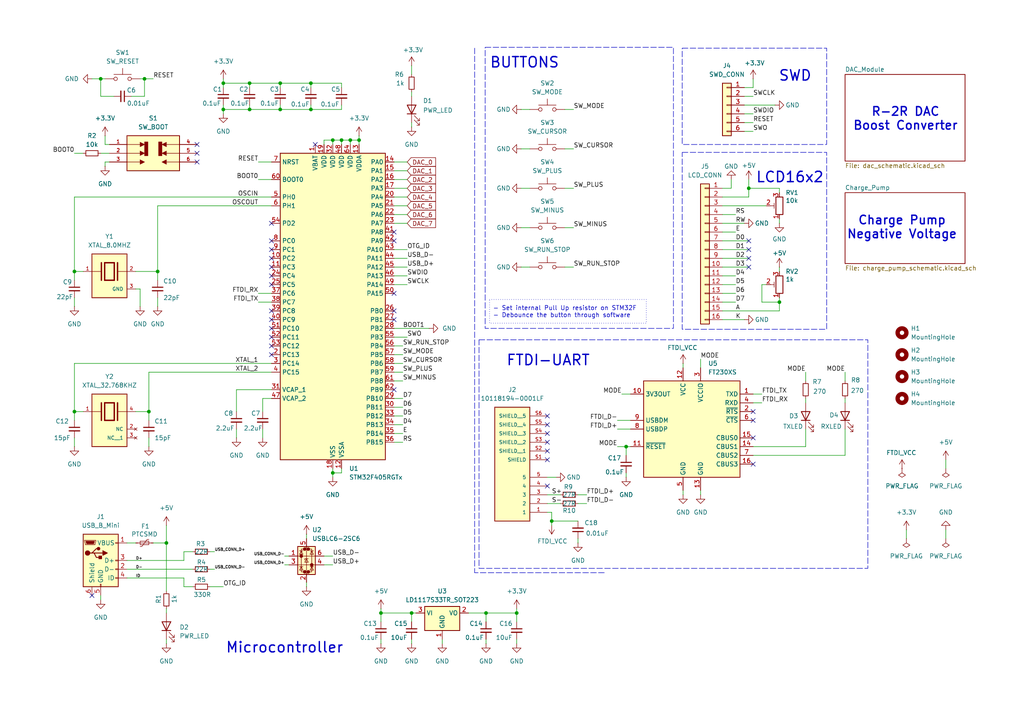
<source format=kicad_sch>
(kicad_sch (version 20231120) (generator "eeschema") (generator_version "8.0")
  (paper "A4")
  (title_block (title "Function Generator") (date "2024-05-30") (rev "2.0") (company "EngrEDU"))
  (junction (at 81.28 31.75))
  (junction (at 160.02 151.13))
  (junction (at 81.28 24.13))
  (junction (at 96.52 137.16))
  (junction (at 101.6 40.64))
  (junction (at 90.17 24.13))
  (junction (at 64.77 24.13))
  (junction (at 29.21 22.86))
  (junction (at 48.26 157.48))
  (junction (at 181.61 129.54))
  (junction (at 110.49 177.8))
  (junction (at 226.06 87.63))
  (junction (at 140.97 177.8))
  (junction (at 104.14 40.64))
  (junction (at 90.17 31.75))
  (junction (at 45.72 78.74))
  (junction (at 43.18 119.38))
  (junction (at 64.77 31.75))
  (junction (at 96.52 40.64))
  (junction (at 21.59 119.38))
  (junction (at 217.17 54.61))
  (junction (at 99.06 40.64))
  (junction (at 119.38 177.8))
  (junction (at 21.59 78.74))
  (junction (at 41.91 22.86))
  (junction (at 72.39 24.13))
  (junction (at 72.39 31.75))
  (junction (at 149.86 177.8))
  (no_connect (at 26.67 172.72))
  (no_connect (at 57.15 44.45))
  (no_connect (at 78.74 69.85))
  (no_connect (at 78.74 95.25))
  (no_connect (at 218.44 134.62))
  (no_connect (at 91.44 41.91))
  (no_connect (at 158.75 120.65))
  (no_connect (at 217.17 77.47))
  (no_connect (at 78.74 77.47))
  (no_connect (at 78.74 74.93))
  (no_connect (at 158.75 133.35))
  (no_connect (at 78.74 97.79))
  (no_connect (at 158.75 128.27))
  (no_connect (at 78.74 82.55))
  (no_connect (at 158.75 130.81))
  (no_connect (at 218.44 119.38))
  (no_connect (at 217.17 74.93))
  (no_connect (at 114.3 113.03))
  (no_connect (at 217.17 69.85))
  (no_connect (at 158.75 123.19))
  (no_connect (at 78.74 92.71))
  (no_connect (at 78.74 100.33))
  (no_connect (at 78.74 64.77))
  (no_connect (at 114.3 90.17))
  (no_connect (at 57.15 46.99))
  (no_connect (at 78.74 72.39))
  (no_connect (at 114.3 92.71))
  (no_connect (at 217.17 72.39))
  (no_connect (at 78.74 102.87))
  (no_connect (at 78.74 80.01))
  (no_connect (at 158.75 125.73))
  (no_connect (at 218.44 121.92))
  (no_connect (at 57.15 41.91))
  (no_connect (at 158.75 140.97))
  (no_connect (at 114.3 85.09))
  (no_connect (at 114.3 69.85))
  (no_connect (at 78.74 90.17))
  (no_connect (at 218.44 127))
  (no_connect (at 114.3 67.31))
  (wire (pts (xy 114.3 125.73) (xy 116.84 125.73)))
  (wire (pts (xy 21.59 86.36) (xy 21.59 88.9)))
  (wire (pts (xy 60.96 170.18) (xy 64.77 170.18)))
  (wire (pts (xy 40.64 22.86) (xy 41.91 22.86)))
  (wire (pts (xy 29.21 22.86) (xy 30.48 22.86)))
  (wire (pts (xy 220.98 82.55) (xy 222.25 82.55)))
  (wire (pts (xy 119.38 177.8) (xy 119.38 180.34)))
  (wire (pts (xy 218.44 114.3) (xy 220.98 114.3)))
  (wire (pts (xy 212.09 54.61) (xy 212.09 52.07)))
  (wire (pts (xy 160.02 148.59) (xy 160.02 151.13)))
  (wire (pts (xy 114.3 128.27) (xy 116.84 128.27)))
  (wire (pts (xy 90.17 24.13) (xy 81.28 24.13)))
  (wire (pts (xy 233.68 107.95) (xy 233.68 110.49)))
  (wire (pts (xy 45.72 86.36) (xy 45.72 88.9)))
  (wire (pts (xy 209.55 87.63) (xy 213.36 87.63)))
  (wire (pts (xy 198.12 142.24) (xy 198.12 143.51)))
  (wire (pts (xy 198.12 105.41) (xy 198.12 106.68)))
  (wire (pts (xy 128.27 185.42) (xy 128.27 186.69)))
  (wire (pts (xy 218.44 25.4) (xy 218.44 22.86)))
  (wire (pts (xy 158.75 146.05) (xy 162.56 146.05)))
  (wire (pts (xy 53.34 162.56) (xy 53.34 160.02)))
  (wire (pts (xy 119.38 26.67) (xy 119.38 27.94)))
  (wire (pts (xy 88.9 168.91) (xy 88.9 170.18)))
  (wire (pts (xy 151.13 54.61) (xy 153.67 54.61)))
  (wire (pts (xy 21.59 57.15) (xy 21.59 78.74)))
  (wire (pts (xy 36.83 157.48) (xy 39.37 157.48)))
  (wire (pts (xy 21.59 119.38) (xy 24.13 119.38)))
  (wire (pts (xy 245.11 107.95) (xy 245.11 110.49)))
  (wire (pts (xy 43.18 127) (xy 43.18 129.54)))
  (wire (pts (xy 99.06 25.4) (xy 99.06 24.13)))
  (wire (pts (xy 30.48 41.91) (xy 30.48 39.37)))
  (wire (pts (xy 114.3 82.55) (xy 118.11 82.55)))
  (wire (pts (xy 215.9 38.1) (xy 218.44 38.1)))
  (wire (pts (xy 233.68 115.57) (xy 233.68 116.84)))
  (wire (pts (xy 149.86 177.8) (xy 149.86 176.53)))
  (wire (pts (xy 72.39 30.48) (xy 72.39 31.75)))
  (wire (pts (xy 215.9 30.48) (xy 224.79 30.48)))
  (wire (pts (xy 179.07 129.54) (xy 181.61 129.54)))
  (wire (pts (xy 60.96 165.1) (xy 62.23 165.1)))
  (wire (pts (xy 151.13 66.04) (xy 153.67 66.04)))
  (wire (pts (xy 90.17 30.48) (xy 90.17 31.75)))
  (wire (pts (xy 218.44 129.54) (xy 233.68 129.54)))
  (wire (pts (xy 149.86 185.42) (xy 149.86 186.69)))
  (wire (pts (xy 81.28 31.75) (xy 72.39 31.75)))
  (wire (pts (xy 245.11 132.08) (xy 245.11 124.46)))
  (wire (pts (xy 160.02 151.13) (xy 167.64 151.13)))
  (wire (pts (xy 179.07 121.92) (xy 182.88 121.92)))
  (wire (pts (xy 93.98 41.91) (xy 93.98 40.64)))
  (wire (pts (xy 36.83 167.64) (xy 53.34 167.64)))
  (wire (pts (xy 209.55 85.09) (xy 213.36 85.09)))
  (wire (pts (xy 119.38 177.8) (xy 120.65 177.8)))
  (wire (pts (xy 110.49 177.8) (xy 119.38 177.8)))
  (wire (pts (xy 114.3 59.69) (xy 118.11 59.69)))
  (wire (pts (xy 114.3 74.93) (xy 118.11 74.93)))
  (wire (pts (xy 135.89 177.8) (xy 140.97 177.8)))
  (wire (pts (xy 45.72 59.69) (xy 45.72 78.74)))
  (wire (pts (xy 114.3 97.79) (xy 118.11 97.79)))
  (wire (pts (xy 48.26 185.42) (xy 48.26 186.69)))
  (wire (pts (xy 21.59 105.41) (xy 21.59 119.38)))
  (wire (pts (xy 215.9 25.4) (xy 218.44 25.4)))
  (wire (pts (xy 64.77 31.75) (xy 64.77 33.02)))
  (wire (pts (xy 151.13 43.18) (xy 153.67 43.18)))
  (wire (pts (xy 93.98 40.64) (xy 96.52 40.64)))
  (wire (pts (xy 163.83 54.61) (xy 166.37 54.61)))
  (wire (pts (xy 114.3 52.07) (xy 118.11 52.07)))
  (wire (pts (xy 114.3 72.39) (xy 118.11 72.39)))
  (wire (pts (xy 140.97 177.8) (xy 149.86 177.8)))
  (wire (pts (xy 245.11 115.57) (xy 245.11 116.84)))
  (wire (pts (xy 43.18 121.92) (xy 43.18 119.38)))
  (wire (pts (xy 218.44 116.84) (xy 220.98 116.84)))
  (wire (pts (xy 53.34 170.18) (xy 55.88 170.18)))
  (wire (pts (xy 45.72 81.28) (xy 45.72 78.74)))
  (wire (pts (xy 78.74 59.69) (xy 45.72 59.69)))
  (wire (pts (xy 26.67 22.86) (xy 29.21 22.86)))
  (wire (pts (xy 104.14 40.64) (xy 104.14 41.91)))
  (wire (pts (xy 90.17 31.75) (xy 81.28 31.75)))
  (wire (pts (xy 167.64 146.05) (xy 170.18 146.05)))
  (wire (pts (xy 114.3 46.99) (xy 118.11 46.99)))
  (wire (pts (xy 74.93 46.99) (xy 78.74 46.99)))
  (wire (pts (xy 53.34 167.64) (xy 53.34 170.18)))
  (wire (pts (xy 110.49 185.42) (xy 110.49 186.69)))
  (wire (pts (xy 30.48 46.99) (xy 30.48 48.26)))
  (wire (pts (xy 81.28 24.13) (xy 72.39 24.13)))
  (wire (pts (xy 114.3 120.65) (xy 116.84 120.65)))
  (wire (pts (xy 163.83 31.75) (xy 166.37 31.75)))
  (wire (pts (xy 48.26 157.48) (xy 48.26 171.45)))
  (wire (pts (xy 226.06 90.17) (xy 226.06 87.63)))
  (wire (pts (xy 39.37 83.82) (xy 40.64 83.82)))
  (wire (pts (xy 41.91 27.94) (xy 41.91 22.86)))
  (wire (pts (xy 114.3 100.33) (xy 116.84 100.33)))
  (wire (pts (xy 64.77 22.86) (xy 64.77 24.13)))
  (wire (pts (xy 151.13 31.75) (xy 153.67 31.75)))
  (wire (pts (xy 158.75 143.51) (xy 162.56 143.51)))
  (wire (pts (xy 90.17 24.13) (xy 90.17 25.4)))
  (wire (pts (xy 33.02 27.94) (xy 29.21 27.94)))
  (wire (pts (xy 119.38 35.56) (xy 119.38 36.83)))
  (wire (pts (xy 209.55 54.61) (xy 212.09 54.61)))
  (wire (pts (xy 149.86 180.34) (xy 149.86 177.8)))
  (wire (pts (xy 76.2 124.46) (xy 76.2 127)))
  (wire (pts (xy 262.89 153.67) (xy 262.89 156.21)))
  (wire (pts (xy 41.91 22.86) (xy 44.45 22.86)))
  (wire (pts (xy 274.32 153.67) (xy 274.32 156.21)))
  (wire (pts (xy 163.83 66.04) (xy 166.37 66.04)))
  (wire (pts (xy 68.58 124.46) (xy 68.58 127)))
  (wire (pts (xy 93.98 163.83) (xy 96.52 163.83)))
  (wire (pts (xy 163.83 77.47) (xy 166.37 77.47)))
  (wire (pts (xy 114.3 80.01) (xy 118.11 80.01)))
  (wire (pts (xy 226.06 86.36) (xy 226.06 87.63)))
  (wire (pts (xy 220.98 87.63) (xy 220.98 82.55)))
  (wire (pts (xy 78.74 107.95) (xy 43.18 107.95)))
  (wire (pts (xy 99.06 137.16) (xy 96.52 137.16)))
  (wire (pts (xy 64.77 24.13) (xy 64.77 25.4)))
  (wire (pts (xy 96.52 137.16) (xy 96.52 138.43)))
  (wire (pts (xy 82.55 161.29) (xy 83.82 161.29)))
  (wire (pts (xy 43.18 107.95) (xy 43.18 119.38)))
  (wire (pts (xy 209.55 62.23) (xy 213.36 62.23)))
  (wire (pts (xy 158.75 148.59) (xy 160.02 148.59)))
  (wire (pts (xy 29.21 44.45) (xy 31.75 44.45)))
  (wire (pts (xy 21.59 78.74) (xy 24.13 78.74)))
  (wire (pts (xy 209.55 64.77) (xy 215.9 64.77)))
  (wire (pts (xy 181.61 132.08) (xy 181.61 129.54)))
  (wire (pts (xy 233.68 129.54) (xy 233.68 124.46)))
  (wire (pts (xy 209.55 72.39) (xy 217.17 72.39)))
  (wire (pts (xy 114.3 118.11) (xy 116.84 118.11)))
  (wire (pts (xy 180.34 114.3) (xy 182.88 114.3)))
  (wire (pts (xy 226.06 55.88) (xy 226.06 54.61)))
  (wire (pts (xy 181.61 129.54) (xy 182.88 129.54)))
  (wire (pts (xy 53.34 160.02) (xy 55.88 160.02)))
  (wire (pts (xy 114.3 115.57) (xy 116.84 115.57)))
  (wire (pts (xy 209.55 69.85) (xy 217.17 69.85)))
  (wire (pts (xy 99.06 40.64) (xy 101.6 40.64)))
  (wire (pts (xy 81.28 30.48) (xy 81.28 31.75)))
  (wire (pts (xy 209.55 74.93) (xy 217.17 74.93)))
  (wire (pts (xy 209.55 57.15) (xy 217.17 57.15)))
  (wire (pts (xy 101.6 41.91) (xy 101.6 40.64)))
  (wire (pts (xy 78.74 57.15) (xy 21.59 57.15)))
  (wire (pts (xy 72.39 24.13) (xy 64.77 24.13)))
  (wire (pts (xy 217.17 52.07) (xy 217.17 54.61)))
  (wire (pts (xy 99.06 41.91) (xy 99.06 40.64)))
  (wire (pts (xy 215.9 33.02) (xy 218.44 33.02)))
  (wire (pts (xy 68.58 113.03) (xy 68.58 119.38)))
  (wire (pts (xy 88.9 154.94) (xy 88.9 156.21)))
  (wire (pts (xy 29.21 27.94) (xy 29.21 22.86)))
  (wire (pts (xy 163.83 43.18) (xy 166.37 43.18)))
  (wire (pts (xy 31.75 46.99) (xy 30.48 46.99)))
  (wire (pts (xy 203.2 104.14) (xy 203.2 106.68)))
  (wire (pts (xy 48.26 176.53) (xy 48.26 177.8)))
  (wire (pts (xy 215.9 27.94) (xy 218.44 27.94)))
  (wire (pts (xy 114.3 110.49) (xy 116.84 110.49)))
  (wire (pts (xy 64.77 30.48) (xy 64.77 31.75)))
  (wire (pts (xy 151.13 77.47) (xy 153.67 77.47)))
  (wire (pts (xy 181.61 137.16) (xy 181.61 138.43)))
  (wire (pts (xy 140.97 177.8) (xy 140.97 180.34)))
  (wire (pts (xy 43.18 119.38) (xy 39.37 119.38)))
  (wire (pts (xy 114.3 77.47) (xy 118.11 77.47)))
  (wire (pts (xy 114.3 105.41) (xy 116.84 105.41)))
  (wire (pts (xy 93.98 161.29) (xy 96.52 161.29)))
  (wire (pts (xy 140.97 185.42) (xy 140.97 186.69)))
  (wire (pts (xy 114.3 57.15) (xy 118.11 57.15)))
  (wire (pts (xy 72.39 25.4) (xy 72.39 24.13)))
  (wire (pts (xy 220.98 87.63) (xy 226.06 87.63)))
  (wire (pts (xy 40.64 83.82) (xy 40.64 88.9)))
  (wire (pts (xy 209.55 80.01) (xy 213.36 80.01)))
  (wire (pts (xy 96.52 41.91) (xy 96.52 40.64)))
  (wire (pts (xy 274.32 133.35) (xy 274.32 135.89)))
  (wire (pts (xy 81.28 24.13) (xy 81.28 25.4)))
  (wire (pts (xy 78.74 115.57) (xy 76.2 115.57)))
  (wire (pts (xy 179.07 124.46) (xy 182.88 124.46)))
  (wire (pts (xy 21.59 127) (xy 21.59 129.54)))
  (wire (pts (xy 114.3 64.77) (xy 118.11 64.77)))
  (wire (pts (xy 209.55 92.71) (xy 215.9 92.71)))
  (wire (pts (xy 226.06 77.47) (xy 226.06 78.74)))
  (wire (pts (xy 76.2 115.57) (xy 76.2 119.38)))
  (wire (pts (xy 218.44 132.08) (xy 245.11 132.08)))
  (wire (pts (xy 114.3 54.61) (xy 118.11 54.61)))
  (wire (pts (xy 36.83 162.56) (xy 53.34 162.56)))
  (wire (pts (xy 36.83 165.1) (xy 55.88 165.1)))
  (wire (pts (xy 82.55 163.83) (xy 83.82 163.83)))
  (wire (pts (xy 114.3 62.23) (xy 118.11 62.23)))
  (wire (pts (xy 110.49 180.34) (xy 110.49 177.8)))
  (wire (pts (xy 60.96 160.02) (xy 62.23 160.02)))
  (wire (pts (xy 209.55 67.31) (xy 213.36 67.31)))
  (wire (pts (xy 74.93 85.09) (xy 78.74 85.09)))
  (wire (pts (xy 209.55 90.17) (xy 226.06 90.17)))
  (wire (pts (xy 209.55 77.47) (xy 217.17 77.47)))
  (wire (pts (xy 101.6 40.64) (xy 104.14 40.64)))
  (wire (pts (xy 78.74 113.03) (xy 68.58 113.03)))
  (wire (pts (xy 44.45 157.48) (xy 48.26 157.48)))
  (wire (pts (xy 21.59 44.45) (xy 24.13 44.45)))
  (wire (pts (xy 158.75 138.43) (xy 161.29 138.43)))
  (wire (pts (xy 99.06 30.48) (xy 99.06 31.75)))
  (wire (pts (xy 96.52 135.89) (xy 96.52 137.16)))
  (wire (pts (xy 21.59 121.92) (xy 21.59 119.38)))
  (wire (pts (xy 114.3 49.53) (xy 118.11 49.53)))
  (wire (pts (xy 217.17 57.15) (xy 217.17 54.61)))
  (polyline (pts (xy 137.668 13.97) (xy 137.668 166.116)) (stroke (width 0) (type dash)))
  (wire (pts (xy 110.49 176.53) (xy 110.49 177.8)))
  (polyline (pts (xy 175.26 166.116) (xy 137.668 166.116)) (stroke (width 0) (type dash)))
  (wire (pts (xy 160.02 152.4) (xy 160.02 151.13)))
  (wire (pts (xy 119.38 21.59) (xy 119.38 19.05)))
  (wire (pts (xy 226.06 54.61) (xy 217.17 54.61)))
  (wire (pts (xy 167.64 156.21) (xy 167.64 157.48)))
  (wire (pts (xy 119.38 185.42) (xy 119.38 186.69)))
  (wire (pts (xy 45.72 78.74) (xy 39.37 78.74)))
  (wire (pts (xy 29.21 172.72) (xy 29.21 173.99)))
  (wire (pts (xy 114.3 95.25) (xy 124.46 95.25)))
  (wire (pts (xy 114.3 102.87) (xy 116.84 102.87)))
  (wire (pts (xy 21.59 81.28) (xy 21.59 78.74)))
  (wire (pts (xy 226.06 63.5) (xy 226.06 64.77)))
  (wire (pts (xy 209.55 59.69) (xy 222.25 59.69)))
  (wire (pts (xy 215.9 35.56) (xy 218.44 35.56)))
  (wire (pts (xy 78.74 105.41) (xy 21.59 105.41)))
  (wire (pts (xy 114.3 107.95) (xy 116.84 107.95)))
  (wire (pts (xy 114.3 123.19) (xy 116.84 123.19)))
  (wire (pts (xy 209.55 82.55) (xy 213.36 82.55)))
  (wire (pts (xy 72.39 31.75) (xy 64.77 31.75)))
  (wire (pts (xy 31.75 41.91) (xy 30.48 41.91)))
  (wire (pts (xy 167.64 143.51) (xy 170.18 143.51)))
  (wire (pts (xy 99.06 135.89) (xy 99.06 137.16)))
  (wire (pts (xy 203.2 142.24) (xy 203.2 143.51)))
  (wire (pts (xy 90.17 31.75) (xy 99.06 31.75)))
  (wire (pts (xy 38.1 27.94) (xy 41.91 27.94)))
  (wire (pts (xy 48.26 157.48) (xy 48.26 152.4)))
  (wire (pts (xy 74.93 52.07) (xy 78.74 52.07)))
  (wire (pts (xy 74.93 87.63) (xy 78.74 87.63)))
  (wire (pts (xy 90.17 24.13) (xy 99.06 24.13)))
  (wire (pts (xy 96.52 40.64) (xy 99.06 40.64)))
  (wire (pts (xy 104.14 39.37) (xy 104.14 40.64)))
  (rectangle (start 140.716 13.716) (end 195.326 95.25) (stroke (width 0) (type dash)))
  (rectangle (start 197.866 13.97) (end 239.776 41.91) (stroke (width 0) (type dash)))
  (rectangle (start 197.866 44.196) (end 239.776 95.504) (stroke (width 0) (type dash)))
  (rectangle (start 138.938 98.552) (end 251.714 164.846) (stroke (width 0) (type dash)))
  (text_box "- Set internal Pull Up resistor on STM32F\n- Debounce the button through software" (at 141.986 86.868 0) (size 45.466 6.858) (stroke (width 0) (type dot)) (effects (font (size 1.27 1.27)) (justify left)))
  (text "Microcontroller" (at 82.55 187.96 0) (effects (font (size 3 3) (thickness 0.4) (bold yes))))
  (text "BUTTONS" (at 152.146 18.288 0) (effects (font (size 3 3) (thickness 0.4) (bold yes))))
  (text "Charge Pump\nNegative Voltage" (at 261.62 66.04 0) (effects (font (size 2.5 2.5) (thickness 0.4) (bold yes))))
  (text "SWD\n" (at 230.632 22.098 0) (effects (font (size 3 3) (thickness 0.4) (bold yes))))
  (text "LCD16x2" (at 229.108 51.562 0) (effects (font (size 3 3) (thickness 0.4) (bold yes))))
  (text "R-2R DAC\nBoost Converter" (at 262.636 34.544 0) (effects (font (size 2.5 2.5) (thickness 0.4) (bold yes))))
  (text "FTDI-UART\n" (at 159.004 104.648 0) (effects (font (size 3 3) (thickness 0.4) (bold yes))))
  (label "OTG_ID" (at 64.77 170.18 0))
  (label "OTG_ID" (at 118.11 72.39 0))
  (label "FTDI_D+" (at 170.18 143.51 0))
  (label "FTDI_TX" (at 220.98 114.3 0))
  (label "ID" (at 39.37 167.64 0) (effects (font (size 0.8 0.8))))
  (label "SW_MODE" (at 166.37 31.75 0))
  (label "BOOT1" (at 116.84 95.25 0))
  (label "SW_PLUS" (at 166.37 54.61 0))
  (label "D5" (at 213.36 82.55 0))
  (label "A" (at 213.36 90.17 0))
  (label "SW_MINUS" (at 116.84 110.49 0))
  (label "USB_CONN_D+" (at 62.23 160.02 0) (effects (font (size 0.8 0.8))))
  (label "K" (at 213.36 92.71 0))
  (label "XTAL_1" (at 74.93 105.41 180))
  (label "SW_CURSOR" (at 116.84 105.41 0))
  (label "D1" (at 213.36 72.39 0))
  (label "RESET" (at 74.93 46.99 180))
  (label "SWDIO" (at 118.11 80.01 0))
  (label "D7" (at 116.84 115.57 0))
  (label "FTDI_D+" (at 179.07 124.46 180))
  (label "MODE" (at 233.68 107.95 180))
  (label "FTDI_D-" (at 179.07 121.92 180))
  (label "D0" (at 213.36 69.85 0))
  (label "SWO" (at 118.11 97.79 0))
  (label "S-" (at 160.02 146.05 0))
  (label "D5" (at 116.84 120.65 0))
  (label "SW_PLUS" (at 116.84 107.95 0))
  (label "BOOT0" (at 74.93 52.07 180))
  (label "USB_CONN_D-" (at 62.23 165.1 0) (effects (font (size 0.8 0.8))))
  (label "USB_CONN_D+" (at 82.55 163.83 180) (effects (font (size 0.8 0.8))))
  (label "D7" (at 213.36 87.63 0))
  (label "RS" (at 116.84 128.27 0))
  (label "MODE" (at 179.07 129.54 180))
  (label "OSCIN" (at 74.93 57.15 180))
  (label "BOOT0" (at 21.59 44.45 180))
  (label "D4" (at 213.36 80.01 0))
  (label "S+" (at 160.02 143.51 0))
  (label "SW_RUN_STOP" (at 116.84 100.33 0))
  (label "SWCLK" (at 118.11 82.55 0))
  (label "SW_CURSOR" (at 166.37 43.18 0))
  (label "XTAL_2" (at 74.93 107.95 180))
  (label "FTDI_D-" (at 170.18 146.05 0))
  (label "FTDI_RX" (at 74.93 85.09 180))
  (label "E" (at 213.36 67.31 0))
  (label "E" (at 116.84 125.73 0))
  (label "D4" (at 116.84 123.19 0))
  (label "USB_D-" (at 96.52 161.29 0))
  (label "D6" (at 116.84 118.11 0))
  (label "MODE" (at 245.11 107.95 180))
  (label "FTDI_RX" (at 220.98 116.84 0))
  (label "RESET" (at 44.45 22.86 0))
  (label "D3" (at 213.36 77.47 0))
  (label "D2" (at 213.36 74.93 0))
  (label "D-" (at 39.37 165.1 0) (effects (font (size 0.8 0.8))))
  (label "USB_CONN_D-" (at 82.55 161.29 180) (effects (font (size 0.8 0.8))))
  (label "SW_MINUS" (at 166.37 66.04 0))
  (label "OSCOUT" (at 74.93 59.69 180))
  (label "D+" (at 39.37 162.56 0) (effects (font (size 0.8 0.8))))
  (label "USB_D-" (at 118.11 74.93 0))
  (label "SW_RUN_STOP" (at 166.37 77.47 0))
  (label "RESET" (at 218.44 35.56 0))
  (label "SW_MODE" (at 116.84 102.87 0))
  (label "RS" (at 213.36 62.23 0))
  (label "USB_D+" (at 118.11 77.47 0))
  (label "RW" (at 213.36 64.77 0))
  (label "SWCLK" (at 218.44 27.94 0))
  (label "MODE" (at 180.34 114.3 180))
  (label "SWO" (at 218.44 38.1 0))
  (label "D6" (at 213.36 85.09 0))
  (label "USB_D+" (at 96.52 163.83 0))
  (label "FTDI_TX" (at 74.93 87.63 180))
  (label "MODE" (at 203.2 104.14 0))
  (label "SWDIO" (at 218.44 33.02 0))
  (global_label "DAC_0" (shape input) (at 118.11 46.99 0) (property "Intersheetrefs" "${INTERSHEET_REFS}" (effects (hide yes))))
  (global_label "DAC_2" (shape input) (at 118.11 52.07 0) (property "Intersheetrefs" "${INTERSHEET_REFS}" (effects (hide yes))))
  (global_label "DAC_6" (shape input) (at 118.11 62.23 0) (property "Intersheetrefs" "${INTERSHEET_REFS}" (effects (hide yes))))
  (global_label "DAC_4" (shape input) (at 118.11 57.15 0) (property "Intersheetrefs" "${INTERSHEET_REFS}" (effects (hide yes))))
  (global_label "DAC_1" (shape input) (at 118.11 49.53 0) (property "Intersheetrefs" "${INTERSHEET_REFS}" (effects (hide yes))))
  (global_label "DAC_5" (shape input) (at 118.11 59.69 0) (property "Intersheetrefs" "${INTERSHEET_REFS}" (effects (hide yes))))
  (global_label "DAC_3" (shape input) (at 118.11 54.61 0) (property "Intersheetrefs" "${INTERSHEET_REFS}" (effects (hide yes))))
  (global_label "DAC_7" (shape input) (at 118.11 64.77 0) (property "Intersheetrefs" "${INTERSHEET_REFS}" (effects (hide yes))))
  (symbol (lib_id "power:GND") (at 226.06 64.77 0) (unit 1)
    (property "Reference" "#PWR045" (effects (hide yes)))
    (property "Value" "GND" (at 226.06 69.342 0))
    (property "Description" "Power symbol creates a global label with name \"GND\" , ground" (effects (hide yes)))
  )
  (symbol (lib_id "Mechanical:MountingHole") (at 261.62 115.57 0) (unit 1)
    (property "Reference" "H4" (at 264.16 114.2999 0) (effects (justify left)))
    (property "Value" "MountingHole" (at 264.16 116.8399 0) (effects (justify left)))
    (property "Footprint" "MountingHole:MountingHole_3.2mm_M3_Pad_Via" (effects (hide yes)))
    (property "Description" "Mounting Hole without connection" (effects (hide yes)))
  )
  (symbol (lib_id "power:GND") (at 119.38 186.69 0) (unit 1)
    (property "Reference" "#PWR025" (effects (hide yes)))
    (property "Value" "GND" (at 119.38 191.77 0))
    (property "Description" "Power symbol creates a global label with name \"GND\" , ground" (effects (hide yes)))
  )
  (symbol (lib_id "power:+5V") (at 217.17 52.07 0) (unit 1)
    (property "Reference" "#PWR043" (effects (hide yes)))
    (property "Value" "+5V" (at 217.17 48.006 0))
    (property "Description" "Power symbol creates a global label with name \"+5V\"" (effects (hide yes)))
  )
  (symbol (lib_id "Switch:SW_Push") (at 35.56 22.86 0) (unit 1)
    (property "Reference" "SW1" (at 35.56 15.24 0))
    (property "Value" "SW_RESET" (at 35.56 17.78 0))
    (property "Footprint" "PTS636_SM25F_Button:PTS636SM25FSMTRLFS" (effects (hide yes)))
    (property "Description" "Push button switch, generic, two pins" (effects (hide yes)))
    (property "Mouser" "https://www.mouser.com/ProductDetail/611-PTS636SM25FSMTRL" (effects (hide yes)))
  )
  (symbol (lib_id "Switch:SW_Push") (at 158.75 66.04 0) (unit 1)
    (property "Reference" "SW5" (at 158.75 58.42 0))
    (property "Value" "SW_MINUS" (at 158.75 60.96 0))
    (property "Footprint" "Button_Switch_THT:SW_PUSH_6mm_H5mm" (effects (hide yes)))
    (property "Description" "Push button switch, generic, two pins" (effects (hide yes)))
    (property "Mouser" "https://www.mouser.com/ProductDetail/611-PTS526SK08SMTR2L" (effects (hide yes)))
  )
  (symbol (lib_id "power:GND") (at 48.26 186.69 0) (unit 1)
    (property "Reference" "#PWR07" (effects (hide yes)))
    (property "Value" "GND" (at 48.26 191.77 0))
    (property "Description" "Power symbol creates a global label with name \"GND\" , ground" (effects (hide yes)))
  )
  (symbol (lib_id "Interface_USB:FT230XS") (at 200.66 124.46 0) (unit 1)
    (property "Reference" "U5" (at 205.3941 105.41 0) (effects (justify left)))
    (property "Value" "FT230XS" (at 205.3941 107.95 0) (effects (justify left)))
    (property "Footprint" "Package_SO:SSOP-16_3.9x4.9mm_P0.635mm" (effects (hide yes)))
    (property "Datasheet" "https://www.ftdichip.com/Support/Documents/DataSheets/ICs/DS_FT230X.pdf" (effects (hide yes)))
    (property "Description" "Full Speed USB to Basic UART, SSOP-16" (effects (hide yes)))
    (property "Mouser" "https://www.mouser.com/ProductDetail/895-FT230XS-U" (effects (hide yes)))
  )
  (symbol (lib_id "Device:LED") (at 233.68 120.65 90) (unit 1)
    (property "Reference" "D3" (at 228.854 120.65 90) (effects (justify right)))
    (property "Value" "TXLED" (at 227.076 123.698 90) (effects (justify right)))
    (property "Footprint" "LED_SMD:LED_0805_2012Metric_Pad1.15x1.40mm_HandSolder" (effects (hide yes)))
    (property "Description" "Light emitting diode" (effects (hide yes)))
    (property "Mouser" "https://www.mouser.com/ProductDetail/710-150080BS75000" (effects (hide yes)))
  )
  (symbol (lib_id "power:GND") (at 45.72 88.9 0) (unit 1)
    (property "Reference" "#PWR014" (effects (hide yes)))
    (property "Value" "GND" (at 45.72 93.98 0))
    (property "Description" "Power symbol creates a global label with name \"GND\" , ground" (effects (hide yes)))
  )
  (symbol (lib_id "power:+5V") (at 48.26 152.4 0) (unit 1)
    (property "Reference" "#PWR019" (effects (hide yes)))
    (property "Value" "+5V" (at 48.26 147.32 0))
    (property "Description" "Power symbol creates a global label with name \"+5V\"" (effects (hide yes)))
  )
  (symbol (lib_id "Switch:SW_Push") (at 158.75 77.47 0) (unit 1)
    (property "Reference" "SW6" (at 158.75 69.85 0))
    (property "Value" "SW_RUN_STOP" (at 158.75 72.39 0))
    (property "Footprint" "Button_Switch_THT:SW_PUSH_6mm_H5mm" (effects (hide yes)))
    (property "Description" "Push button switch, generic, two pins" (effects (hide yes)))
    (property "Mouser" "https://www.mouser.com/ProductDetail/611-PTS526SK08SMTR2L" (effects (hide yes)))
  )
  (symbol (lib_id "power:GND") (at 96.52 138.43 0) (unit 1)
    (property "Reference" "#PWR01" (effects (hide yes)))
    (property "Value" "GND" (at 96.52 143.51 0))
    (property "Description" "Power symbol creates a global label with name \"GND\" , ground" (effects (hide yes)))
  )
  (symbol (lib_id "power:PWR_FLAG") (at 274.32 156.21 180) (unit 1)
    (property "Reference" "#FLG05" (effects (hide yes)))
    (property "Value" "PWR_FLAG" (at 274.32 161.29 0))
    (property "Description" "Special symbol for telling ERC where power comes from" (effects (hide yes)))
  )
  (symbol (lib_id "power:+5V") (at 274.32 133.35 0) (unit 1)
    (property "Reference" "#PWR086" (effects (hide yes)))
    (property "Value" "+5V" (at 274.32 128.27 0))
    (property "Description" "Power symbol creates a global label with name \"+5V\"" (effects (hide yes)))
  )
  (symbol (lib_id "power:GND") (at 64.77 33.02 0) (unit 1)
    (property "Reference" "#PWR03" (effects (hide yes)))
    (property "Value" "GND" (at 64.77 38.1 0))
    (property "Description" "Power symbol creates a global label with name \"GND\" , ground" (effects (hide yes)))
  )
  (symbol (lib_id "Connector_Generic:Conn_01x06") (at 210.82 30.48 0) (mirror y) (unit 1)
    (property "Reference" "J4" (at 210.82 19.05 0))
    (property "Value" "SWD_CONN" (at 210.82 21.59 0))
    (property "Footprint" "Connector_PinHeader_2.54mm:PinHeader_1x06_P2.54mm_Vertical" (effects (hide yes)))
    (property "Description" "Generic connector, single row, 01x06, script generated (kicad-library-utils/schlib/autogen/connector/)" (effects (hide yes)))
    (property "Info" "https://stm32-base.org/guides/connecting-your-debugger.html" (effects (hide yes)))
    (property "Info2" "https://arm-stm.blogspot.com/2016/05/swd-debug-pinout-connection.html" (effects (hide yes)))
  )
  (symbol (lib_id "power:+5V") (at 226.06 77.47 0) (unit 1)
    (property "Reference" "#PWR046" (effects (hide yes)))
    (property "Value" "+5V" (at 226.06 73.406 0))
    (property "Description" "Power symbol creates a global label with name \"+5V\"" (effects (hide yes)))
  )
  (symbol (lib_id "power:GND") (at 151.13 66.04 270) (unit 1)
    (property "Reference" "#PWR051" (effects (hide yes)))
    (property "Value" "GND" (at 146.05 66.04 90))
    (property "Description" "Power symbol creates a global label with name \"GND\" , ground" (effects (hide yes)))
  )
  (symbol (lib_id "power:GND") (at 26.67 22.86 270) (unit 1)
    (property "Reference" "#PWR05" (effects (hide yes)))
    (property "Value" "GND" (at 22.86 22.8599 90) (effects (justify right)))
    (property "Description" "Power symbol creates a global label with name \"GND\" , ground" (effects (hide yes)))
  )
  (symbol (lib_id "power:GND") (at 215.9 92.71 90) (unit 1)
    (property "Reference" "#PWR047" (effects (hide yes)))
    (property "Value" "GND" (at 220.98 92.71 90))
    (property "Description" "Power symbol creates a global label with name \"GND\" , ground" (effects (hide yes)))
  )
  (symbol (lib_id "Switch:SW_Push") (at 158.75 43.18 0) (unit 1)
    (property "Reference" "SW3" (at 158.75 35.56 0))
    (property "Value" "SW_CURSOR" (at 158.75 38.1 0))
    (property "Footprint" "Button_Switch_THT:SW_PUSH_6mm_H5mm" (effects (hide yes)))
    (property "Description" "Push button switch, generic, two pins" (effects (hide yes)))
    (property "Mouser" "https://www.mouser.com/ProductDetail/611-PTS526SK08SMTR2L" (effects (hide yes)))
  )
  (symbol (lib_id "power:GND") (at 30.48 48.26 0) (unit 1)
    (property "Reference" "#PWR08" (effects (hide yes)))
    (property "Value" "GND" (at 30.48 53.34 0))
    (property "Description" "Power symbol creates a global label with name \"GND\" , ground" (effects (hide yes)))
  )
  (symbol (lib_id "Device:C_Small") (at 140.97 182.88 0) (unit 1)
    (property "Reference" "C14" (at 136.144 180.848 0) (effects (justify left)))
    (property "Value" "0.1uF" (at 134.874 184.912 0) (effects (justify left)))
    (property "Footprint" "Capacitor_SMD:C_0805_2012Metric_Pad1.18x1.45mm_HandSolder" (effects (hide yes)))
    (property "Description" "Unpolarized capacitor, small symbol" (effects (hide yes)))
    (property "Mouser" "https://www.mouser.com/ProductDetail/KEMET/C0805C104K4JACAUTO?qs=sGAEpiMZZMukHu%252BjC5l7YcDEhfSOZOpN7J4S%2FUXKmJA%3D" (effects (hide yes)))
  )
  (symbol (lib_id "Device:C_Small") (at 81.28 27.94 0) (unit 1)
    (property "Reference" "C3" (at 78.232 25.908 0) (effects (justify left)))
    (property "Value" "0.1uF" (at 75.438 29.972 0) (effects (justify left)))
    (property "Footprint" "Capacitor_SMD:C_0805_2012Metric_Pad1.18x1.45mm_HandSolder" (effects (hide yes)))
    (property "Description" "Unpolarized capacitor, small symbol" (effects (hide yes)))
    (property "Mouser" "https://www.mouser.com/ProductDetail/KEMET/C0805C104K4JACAUTO?qs=sGAEpiMZZMukHu%252BjC5l7YcDEhfSOZOpN7J4S%2FUXKmJA%3D" (effects (hide yes)))
  )
  (symbol (lib_id "power:GND") (at 198.12 143.51 0) (unit 1)
    (property "Reference" "#PWR030" (effects (hide yes)))
    (property "Value" "GND" (at 198.12 148.59 0))
    (property "Description" "Power symbol creates a global label with name \"GND\" , ground" (effects (hide yes)))
  )
  (symbol (lib_id "power:GND") (at 151.13 43.18 270) (unit 1)
    (property "Reference" "#PWR049" (effects (hide yes)))
    (property "Value" "GND" (at 146.05 43.18 90))
    (property "Description" "Power symbol creates a global label with name \"GND\" , ground" (effects (hide yes)))
  )
  (symbol (lib_id "power:GND") (at 140.97 186.69 0) (unit 1)
    (property "Reference" "#PWR026" (effects (hide yes)))
    (property "Value" "GND" (at 140.97 191.77 0))
    (property "Description" "Power symbol creates a global label with name \"GND\" , ground" (effects (hide yes)))
  )
  (symbol (lib_id "Device:C_Small") (at 21.59 83.82 0) (unit 1)
    (property "Reference" "C9" (at 19.558 81.788 0))
    (property "Value" "22pF" (at 18.796 86.106 0))
    (property "Footprint" "Capacitor_SMD:C_0805_2012Metric_Pad1.18x1.45mm_HandSolder" (effects (hide yes)))
    (property "Description" "Unpolarized capacitor, small symbol" (effects (hide yes)))
    (property "Mouser" "https://www.mouser.com/ProductDetail/KEMET/C0805X220J1GACTU?qs=sGAEpiMZZMukHu%252BjC5l7YUo%252BAyevRO7%252BctM0xhDr8Kg%3D" (effects (hide yes)))
  )
  (symbol (lib_id "Device:C_Small") (at 35.56 27.94 270) (unit 1)
    (property "Reference" "C6" (at 38.1 26.162 90))
    (property "Value" "0.01uF" (at 40.132 29.972 90))
    (property "Footprint" "Capacitor_SMD:C_0805_2012Metric_Pad1.18x1.45mm_HandSolder" (effects (hide yes)))
    (property "Description" "Unpolarized capacitor, small symbol" (effects (hide yes)))
    (property "Mouser" "https://www.mouser.com/ProductDetail/KEMET/C0805C824K4RACAUTO?qs=sGAEpiMZZMukHu%252BjC5l7YfRfrXj%2FJXIdOgHMpAT%252BkLw%3D" (effects (hide yes)))
  )
  (symbol (lib_id "Device:C_Small") (at 76.2 121.92 0) (unit 1)
    (property "Reference" "C7" (at 74.168 119.888 0))
    (property "Value" "2.2uF" (at 73.406 124.206 0))
    (property "Footprint" "Capacitor_SMD:C_0805_2012Metric_Pad1.18x1.45mm_HandSolder" (effects (hide yes)))
    (property "Description" "Unpolarized capacitor, small symbol" (effects (hide yes)))
    (property "Mouser" "https://www.mouser.com/ProductDetail/KEMET/C0805X225K3RACAUTO?qs=sGAEpiMZZMukHu%252BjC5l7YT%2FM%252BmyCc%2FqmxcYow7XY82k%3D" (effects (hide yes)))
  )
  (symbol (lib_id "Device:C_Small") (at 99.06 27.94 0) (unit 1)
    (property "Reference" "C5" (at 96.012 25.908 0) (effects (justify left)))
    (property "Value" "0.1uF" (at 92.964 30.226 0) (effects (justify left)))
    (property "Footprint" "Capacitor_SMD:C_0805_2012Metric_Pad1.18x1.45mm_HandSolder" (effects (hide yes)))
    (property "Description" "Unpolarized capacitor, small symbol" (effects (hide yes)))
    (property "Mouser" "https://www.mouser.com/ProductDetail/KEMET/C0805C104K4JACAUTO?qs=sGAEpiMZZMukHu%252BjC5l7YcDEhfSOZOpN7J4S%2FUXKmJA%3D" (effects (hide yes)))
  )
  (symbol (lib_id "power:+3.3V") (at 64.77 22.86 0) (unit 1)
    (property "Reference" "#PWR04" (effects (hide yes)))
    (property "Value" "+3.3V" (at 64.77 17.78 0))
    (property "Description" "Power symbol creates a global label with name \"+3.3V\"" (effects (hide yes)))
  )
  (symbol (lib_id "power:+3.3V") (at 30.48 39.37 0) (unit 1)
    (property "Reference" "#PWR09" (effects (hide yes)))
    (property "Value" "+3.3V" (at 30.48 34.29 0))
    (property "Description" "Power symbol creates a global label with name \"+3.3V\"" (effects (hide yes)))
  )
  (symbol (lib_id "Device:C_Small") (at 119.38 182.88 0) (unit 1)
    (property "Reference" "C15" (at 114.3 180.848 0) (effects (justify left)))
    (property "Value" "10uF" (at 113.284 184.912 0) (effects (justify left)))
    (property "Footprint" "Capacitor_SMD:C_0805_2012Metric_Pad1.18x1.45mm_HandSolder" (effects (hide yes)))
    (property "Description" "Unpolarized capacitor, small symbol" (effects (hide yes)))
    (property "Mouser" "https://www.mouser.com/ProductDetail/KEMET/C0805C106K4PACTU?qs=sGAEpiMZZMukHu%252BjC5l7YSC4XbKrDVLQg534tyUdiI4%3D" (effects (hide yes)))
  )
  (symbol (lib_id "Device:R_Potentiometer_Trim") (at 226.06 82.55 180) (unit 1)
    (property "Reference" "RV2" (at 227.838 78.74 0) (effects (justify right)))
    (property "Value" "1k" (at 227.838 81.026 0) (effects (justify right)))
    (property "Footprint" "Potentiometer_THT:Potentiometer_Bourns_3296W_Vertical" (effects (hide yes)))
    (property "Description" "Trim-potentiometer" (effects (hide yes)))
  )
  (symbol (lib_id "power:GND") (at 21.59 88.9 0) (unit 1)
    (property "Reference" "#PWR015" (effects (hide yes)))
    (property "Value" "GND" (at 21.59 93.98 0))
    (property "Description" "Power symbol creates a global label with name \"GND\" , ground" (effects (hide yes)))
  )
  (symbol (lib_id "power:+3.3V") (at 119.38 19.05 0) (unit 1)
    (property "Reference" "#PWR029" (effects (hide yes)))
    (property "Value" "+3.3V" (at 116.84 14.478 0) (effects (justify left)))
    (property "Description" "Power symbol creates a global label with name \"+3.3V\"" (effects (hide yes)))
  )
  (symbol (lib_id "Regulator_Linear:LD1117S33TR_SOT223") (at 128.27 177.8 0) (unit 1)
    (property "Reference" "U3" (at 128.27 171.45 0))
    (property "Value" "LD1117S33TR_SOT223" (at 128.27 173.99 0))
    (property "Footprint" "Package_TO_SOT_SMD:SOT-223-3_TabPin2" (effects (hide yes)))
    (property "Datasheet" "http://www.st.com/st-web-ui/static/active/en/resource/technical/document/datasheet/CD00000544.pdf" (effects (hide yes)))
    (property "Description" "800mA Fixed Low Drop Positive Voltage Regulator, Fixed Output 3.3V, SOT-223" (effects (hide yes)))
    (property "Mouser" "https://www.mouser.com/ProductDetail/STMicroelectronics/LD1117S33TR?qs=edoyzKMbmhntQZx4BFmoqw%3D%3D" (effects (hide yes)))
  )
  (symbol (lib_id "power:PWR_FLAG") (at 274.32 135.89 180) (unit 1)
    (property "Reference" "#FLG03" (effects (hide yes)))
    (property "Value" "PWR_FLAG" (at 274.32 140.97 0))
    (property "Description" "Special symbol for telling ERC where power comes from" (effects (hide yes)))
  )
  (symbol (lib_id "Device:C_Small") (at 21.59 124.46 0) (unit 1)
    (property "Reference" "C12" (at 18.034 122.174 0))
    (property "Value" "15pF" (at 18.034 127 0))
    (property "Footprint" "Capacitor_SMD:C_0805_2012Metric_Pad1.18x1.45mm_HandSolder" (effects (hide yes)))
    (property "Description" "Unpolarized capacitor, small symbol" (effects (hide yes)))
    (property "Mouser" "https://www.mouser.com/ProductDetail/Vishay-Vitramon/VJ0805A150JXBMC?qs=DyYCzLTSlfC45fajDyQKwQ%3D%3D" (effects (hide yes)))
  )
  (symbol (lib_id "power:GND") (at 167.64 157.48 0) (unit 1)
    (property "Reference" "#PWR038" (effects (hide yes)))
    (property "Value" "GND" (at 167.64 162.56 0))
    (property "Description" "Power symbol creates a global label with name \"GND\" , ground" (effects (hide yes)))
  )
  (symbol (lib_id "power:+3.3V") (at 262.89 153.67 0) (unit 1)
    (property "Reference" "#PWR087" (effects (hide yes)))
    (property "Value" "+3.3V" (at 262.89 148.59 0))
    (property "Description" "Power symbol creates a global label with name \"+3.3V\"" (effects (hide yes)))
  )
  (symbol (lib_id "Device:R_Small") (at 58.42 165.1 90) (unit 1)
    (property "Reference" "R4" (at 58.42 163.068 90))
    (property "Value" "22R" (at 58.42 165.1 90))
    (property "Footprint" "Resistor_SMD:R_0805_2012Metric_Pad1.20x1.40mm_HandSolder" (effects (hide yes)))
    (property "Description" "Resistor, small symbol" (effects (hide yes)))
    (property "Mouser" "https://www.mouser.com/ProductDetail/71-RCA080522R0FKEA" (effects (hide yes)))
  )
  (symbol (lib_id "power:PWR_FLAG") (at 261.62 135.89 180) (unit 1)
    (property "Reference" "#FLG06" (effects (hide yes)))
    (property "Value" "PWR_FLAG" (at 261.62 140.97 0))
    (property "Description" "Special symbol for telling ERC where power comes from" (effects (hide yes)))
  )
  (symbol (lib_id "power:GND") (at 21.59 129.54 0) (unit 1)
    (property "Reference" "#PWR017" (effects (hide yes)))
    (property "Value" "GND" (at 21.59 134.62 0))
    (property "Description" "Power symbol creates a global label with name \"GND\" , ground" (effects (hide yes)))
  )
  (symbol (lib_id "power:GND") (at 224.79 30.48 90) (unit 1)
    (property "Reference" "#PWR041" (effects (hide yes)))
    (property "Value" "GND" (at 229.87 30.48 90))
    (property "Description" "Power symbol creates a global label with name \"GND\" , ground" (effects (hide yes)))
  )
  (symbol (lib_id "Device:LED") (at 119.38 31.75 90) (unit 1)
    (property "Reference" "D1" (at 122.682 29.21 90) (effects (justify right)))
    (property "Value" "PWR_LED" (at 122.682 32.004 90) (effects (justify right)))
    (property "Footprint" "LED_SMD:LED_0805_2012Metric_Pad1.15x1.40mm_HandSolder" (effects (hide yes)))
    (property "Description" "Light emitting diode" (effects (hide yes)))
    (property "Mouser" "https://www.mouser.com/ProductDetail/710-150080BS75000" (effects (hide yes)))
  )
  (symbol (lib_id "power:+3.3V") (at 104.14 39.37 0) (unit 1)
    (property "Reference" "#PWR02" (effects (hide yes)))
    (property "Value" "+3.3V" (at 104.14 34.29 0))
    (property "Description" "Power symbol creates a global label with name \"+3.3V\"" (effects (hide yes)))
  )
  (symbol (lib_id "Switch:SW_Push") (at 158.75 54.61 0) (unit 1)
    (property "Reference" "SW4" (at 158.75 46.99 0))
    (property "Value" "SW_PLUS" (at 158.75 49.53 0))
    (property "Footprint" "Button_Switch_THT:SW_PUSH_6mm_H5mm" (effects (hide yes)))
    (property "Description" "Push button switch, generic, two pins" (effects (hide yes)))
    (property "Mouser" "https://www.mouser.com/ProductDetail/611-PTS526SK08SMTR2L" (effects (hide yes)))
  )
  (symbol (lib_id "power:GND") (at 215.9 64.77 90) (unit 1)
    (property "Reference" "#PWR044" (effects (hide yes)))
    (property "Value" "GND" (at 220.98 64.77 90))
    (property "Description" "Power symbol creates a global label with name \"GND\" , ground" (effects (hide yes)))
  )
  (symbol (lib_id "power:+3.3V") (at 261.62 135.89 0) (unit 1)
    (property "Reference" "#PWR089" (effects (hide yes)))
    (property "Value" "FTDI_VCC" (at 257.048 131.318 0) (effects (justify left)))
    (property "Description" "Power symbol creates a global label with name \"+3.3V\"" (effects (hide yes)))
  )
  (symbol (lib_id "Device:C_Small") (at 110.49 182.88 0) (unit 1)
    (property "Reference" "C13" (at 105.41 180.848 0) (effects (justify left)))
    (property "Value" "0.1uF" (at 104.394 184.912 0) (effects (justify left)))
    (property "Footprint" "Capacitor_SMD:C_0805_2012Metric_Pad1.18x1.45mm_HandSolder" (effects (hide yes)))
    (property "Description" "Unpolarized capacitor, small symbol" (effects (hide yes)))
    (property "Mouser" "https://www.mouser.com/ProductDetail/KEMET/C0805C104K4JACAUTO?qs=sGAEpiMZZMukHu%252BjC5l7YcDEhfSOZOpN7J4S%2FUXKmJA%3D" (effects (hide yes)))
  )
  (symbol (lib_id "Device:R_Small") (at 233.68 113.03 180) (unit 1)
    (property "Reference" "R7" (at 236.982 110.744 0))
    (property "Value" "270" (at 237.744 113.538 0))
    (property "Footprint" "Resistor_SMD:R_0805_2012Metric_Pad1.20x1.40mm_HandSolder" (effects (hide yes)))
    (property "Description" "Resistor, small symbol" (effects (hide yes)))
    (property "Mouser" "https://www.mouser.com/ProductDetail/TE-Connectivity-Holsworthy/CRGP0805F270R?qs=sGAEpiMZZMukHu%252BjC5l7YcLce7l9KK0tBoRI8f%2FIu%252BI%3D" (effects (hide yes)))
  )
  (symbol (lib_id "JS202011SCQN:JS202011SCQN") (at 44.45 44.45 0) (unit 1)
    (property "Reference" "S1" (at 44.45 34.29 0))
    (property "Value" "SW_BOOT" (at 44.45 36.83 0))
    (property "Footprint" "JS202011SCQN_Button:SW_JS202011SCQN" (effects (hide yes)))
    (property "MF" "C&K" (effects (hide yes)))
    (property "MAXIMUM_PACKAGE_HEIGHT" "5.5 mm" (effects (hide yes)))
    (property "Package" "None" (effects (hide yes)))
    (property "Price" "None" (effects (hide yes)))
    (property "Check_prices" "https://www.snapeda.com/parts/JS202011SCQN/C%2526K/view-part/?ref=eda" (effects (hide yes)))
    (property "STANDARD" "Manufacturer Recommendations" (effects (hide yes)))
    (property "PARTREV" "26 May 22" (effects (hide yes)))
    (property "SnapEDA_Link" "https://www.snapeda.com/parts/JS202011SCQN/C%2526K/view-part/?ref=snap" (effects (hide yes)))
    (property "MP" "JS202011SCQN" (effects (hide yes)))
    (property "Description_1" "\nSlide Switch DPDT Surface Mount\n" (effects (hide yes)))
    (property "MANUFACTURER" "C&K" (effects (hide yes)))
    (property "Availability" "In Stock" (effects (hide yes)))
    (property "SNAPEDA_PN" "JS202011SCQN" (effects (hide yes)))
    (property "Mouser" "https://www.mouser.com/ProductDetail/CK/JS202011SCQN?qs=LgMIjt8LuD95JYWxZ7NvZA%3D%3D" (effects (hide yes)))
  )
  (symbol (lib_id "Device:C_Small") (at 68.58 121.92 0) (unit 1)
    (property "Reference" "C8" (at 66.294 119.888 0))
    (property "Value" "2.2uF" (at 65.278 124.206 0))
    (property "Footprint" "Capacitor_SMD:C_0805_2012Metric_Pad1.18x1.45mm_HandSolder" (effects (hide yes)))
    (property "Description" "Unpolarized capacitor, small symbol" (effects (hide yes)))
    (property "Mouser" "https://www.mouser.com/ProductDetail/KEMET/C0805X225K3RACAUTO?qs=sGAEpiMZZMukHu%252BjC5l7YT%2FM%252BmyCc%2FqmxcYow7XY82k%3D" (effects (hide yes)))
  )
  (symbol (lib_id "power:GND") (at 203.2 143.51 0) (unit 1)
    (property "Reference" "#PWR031" (effects (hide yes)))
    (property "Value" "GND" (at 203.2 148.59 0))
    (property "Description" "Power symbol creates a global label with name \"GND\" , ground" (effects (hide yes)))
  )
  (symbol (lib_id "power:GND") (at 151.13 77.47 270) (unit 1)
    (property "Reference" "#PWR052" (effects (hide yes)))
    (property "Value" "GND" (at 146.05 77.47 90))
    (property "Description" "Power symbol creates a global label with name \"GND\" , ground" (effects (hide yes)))
  )
  (symbol (lib_id "power:GND") (at 161.29 138.43 90) (unit 1)
    (property "Reference" "#PWR034" (effects (hide yes)))
    (property "Value" "GND" (at 166.37 138.43 90))
    (property "Description" "Power symbol creates a global label with name \"GND\" , ground" (effects (hide yes)))
  )
  (symbol (lib_id "Switch:SW_Push") (at 158.75 31.75 0) (unit 1)
    (property "Reference" "SW2" (at 158.75 24.13 0))
    (property "Value" "SW_MODE" (at 158.75 26.67 0))
    (property "Footprint" "Button_Switch_THT:SW_PUSH_6mm_H5mm" (effects (hide yes)))
    (property "Description" "Push button switch, generic, two pins" (effects (hide yes)))
    (property "Mouser" "https://www.mouser.com/ProductDetail/611-PTS526SK08SMTR2L" (effects (hide yes)))
  )
  (symbol (lib_id "Device:C_Small") (at 64.77 27.94 0) (unit 1)
    (property "Reference" "C1" (at 61.722 25.908 0) (effects (justify left)))
    (property "Value" "0.1uF" (at 58.674 29.972 0) (effects (justify left)))
    (property "Footprint" "Capacitor_SMD:C_0805_2012Metric_Pad1.18x1.45mm_HandSolder" (effects (hide yes)))
    (property "Description" "Unpolarized capacitor, small symbol" (effects (hide yes)))
    (property "Mouser" "https://www.mouser.com/ProductDetail/KEMET/C0805C104K4JACAUTO?qs=sGAEpiMZZMukHu%252BjC5l7YcDEhfSOZOpN7J4S%2FUXKmJA%3D" (effects (hide yes)))
  )
  (symbol (lib_id "Device:R_Small") (at 26.67 44.45 90) (unit 1)
    (property "Reference" "R2" (at 26.67 39.37 90))
    (property "Value" "10k" (at 26.67 41.91 90))
    (property "Footprint" "Resistor_SMD:R_0805_2012Metric_Pad1.20x1.40mm_HandSolder" (effects (hide yes)))
    (property "Description" "Resistor, small symbol" (effects (hide yes)))
    (property "Mouser" "https://www.mouser.com/ProductDetail/279-CPF0805B10KE1" (effects (hide yes)))
  )
  (symbol (lib_id "Mechanical:MountingHole") (at 261.62 102.87 0) (unit 1)
    (property "Reference" "H2" (at 264.16 101.5999 0) (effects (justify left)))
    (property "Value" "MountingHole" (at 264.16 104.1399 0) (effects (justify left)))
    (property "Footprint" "MountingHole:MountingHole_3.2mm_M3_Pad_Via" (effects (hide yes)))
    (property "Description" "Mounting Hole without connection" (effects (hide yes)))
  )
  (symbol (lib_id "power:GND") (at 124.46 95.25 90) (unit 1)
    (property "Reference" "#PWR010" (effects (hide yes)))
    (property "Value" "GND" (at 128.27 95.2499 90) (effects (justify right)))
    (property "Description" "Power symbol creates a global label with name \"GND\" , ground" (effects (hide yes)))
  )
  (symbol (lib_id "power:GND") (at 43.18 129.54 0) (unit 1)
    (property "Reference" "#PWR016" (effects (hide yes)))
    (property "Value" "GND" (at 43.18 134.62 0))
    (property "Description" "Power symbol creates a global label with name \"GND\" , ground" (effects (hide yes)))
  )
  (symbol (lib_id "Device:R_Small") (at 165.1 143.51 90) (unit 1)
    (property "Reference" "R9" (at 164.846 141.224 90))
    (property "Value" "27R" (at 165.1 143.51 90))
    (property "Footprint" "Resistor_SMD:R_0805_2012Metric_Pad1.20x1.40mm_HandSolder" (effects (hide yes)))
    (property "Description" "Resistor, small symbol" (effects (hide yes)))
    (property "Mouser" "https://www.mouser.com/ProductDetail/Bourns/CR0805-JW-270ELF?qs=%252BcBkmVQIZ2TCDabITMQEdg%3D%3D" (effects (hide yes)))
  )
  (symbol (lib_id "power:+5V") (at 110.49 176.53 0) (unit 1)
    (property "Reference" "#PWR021" (effects (hide yes)))
    (property "Value" "+5V" (at 110.49 171.45 0))
    (property "Description" "Power symbol creates a global label with name \"+5V\"" (effects (hide yes)))
  )
  (symbol (lib_id "power:GND") (at 119.38 36.83 0) (unit 1)
    (property "Reference" "#PWR028" (effects (hide yes)))
    (property "Value" "GND" (at 119.38 41.91 0))
    (property "Description" "Power symbol creates a global label with name \"GND\" , ground" (effects (hide yes)))
  )
  (symbol (lib_id "Mechanical:MountingHole") (at 261.62 96.52 0) (unit 1)
    (property "Reference" "H1" (at 264.16 95.2499 0) (effects (justify left)))
    (property "Value" "MountingHole" (at 264.16 97.7899 0) (effects (justify left)))
    (property "Footprint" "MountingHole:MountingHole_3.2mm_M3_Pad_Via" (effects (hide yes)))
    (property "Description" "Mounting Hole without connection" (effects (hide yes)))
  )
  (symbol (lib_id "Device:C_Small") (at 72.39 27.94 0) (unit 1)
    (property "Reference" "C2" (at 69.342 25.908 0) (effects (justify left)))
    (property "Value" "0.1uF" (at 66.802 29.972 0) (effects (justify left)))
    (property "Footprint" "Capacitor_SMD:C_0805_2012Metric_Pad1.18x1.45mm_HandSolder" (effects (hide yes)))
    (property "Description" "Unpolarized capacitor, small symbol" (effects (hide yes)))
    (property "Mouser" "https://www.mouser.com/ProductDetail/KEMET/C0805C104K4JACAUTO?qs=sGAEpiMZZMukHu%252BjC5l7YcDEhfSOZOpN7J4S%2FUXKmJA%3D" (effects (hide yes)))
  )
  (symbol (lib_id "Device:C_Small") (at 167.64 153.67 180) (unit 1)
    (property "Reference" "C18" (at 171.45 151.638 0))
    (property "Value" "0.01uF" (at 173.228 154.686 0))
    (property "Footprint" "Capacitor_SMD:C_0805_2012Metric_Pad1.18x1.45mm_HandSolder" (effects (hide yes)))
    (property "Description" "Unpolarized capacitor, small symbol" (effects (hide yes)))
    (property "Mouser" "https://www.mouser.com/ProductDetail/KEMET/C0805C824K4RACAUTO?qs=sGAEpiMZZMukHu%252BjC5l7YfRfrXj%2FJXIdOgHMpAT%252BkLw%3D" (effects (hide yes)))
  )
  (symbol (lib_id "power:GND") (at 110.49 186.69 0) (unit 1)
    (property "Reference" "#PWR024" (effects (hide yes)))
    (property "Value" "GND" (at 110.49 191.77 0))
    (property "Description" "Power symbol creates a global label with name \"GND\" , ground" (effects (hide yes)))
  )
  (symbol (lib_id "Power_Protection:USBLC6-2SC6") (at 88.9 161.29 0) (unit 1)
    (property "Reference" "U2" (at 90.5511 153.67 0) (effects (justify left)))
    (property "Value" "USBLC6-2SC6" (at 90.5511 156.21 0) (effects (justify left)))
    (property "Footprint" "Package_TO_SOT_SMD:SOT-23-6" (effects (hide yes)))
    (property "Datasheet" "https://www.st.com/resource/en/datasheet/usblc6-2.pdf" (effects (hide yes)))
    (property "Description" "Very low capacitance ESD protection diode, 2 data-line, SOT-23-6" (effects (hide yes)))
    (property "Mouser" "https://www.mouser.com/ProductDetail/511-USBLC6-2SC6" (effects (hide yes)))
  )
  (symbol (lib_id "Device:Polyfuse_Small") (at 41.91 157.48 90) (unit 1)
    (property "Reference" "F1" (at 42.164 152.654 90))
    (property "Value" "PTCSMD" (at 41.91 154.94 90))
    (property "Footprint" "Fuse:Fuse_1812_4532Metric" (effects (hide yes)))
    (property "Description" "Resettable fuse, polymeric positive temperature coefficient, small symbol" (effects (hide yes)))
    (property "Mouser" "https://www.mouser.com/ProductDetail/652-MF-MSMF050-2" (effects (hide yes)))
  )
  (symbol (lib_id "power:GND") (at 149.86 186.69 0) (unit 1)
    (property "Reference" "#PWR027" (effects (hide yes)))
    (property "Value" "GND" (at 149.86 191.77 0))
    (property "Description" "Power symbol creates a global label with name \"GND\" , ground" (effects (hide yes)))
  )
  (symbol (lib_id "power:GND") (at 128.27 186.69 0) (unit 1)
    (property "Reference" "#PWR023" (effects (hide yes)))
    (property "Value" "GND" (at 128.27 191.77 0))
    (property "Description" "Power symbol creates a global label with name \"GND\" , ground" (effects (hide yes)))
  )
  (symbol (lib_id "power:+3.3V") (at 218.44 22.86 0) (unit 1)
    (property "Reference" "#PWR040" (effects (hide yes)))
    (property "Value" "+3.3V" (at 215.9 18.288 0) (effects (justify left)))
    (property "Description" "Power symbol creates a global label with name \"+3.3V\"" (effects (hide yes)))
  )
  (symbol (lib_id "Device:R_Small") (at 58.42 170.18 90) (unit 1)
    (property "Reference" "R5" (at 58.42 168.148 90))
    (property "Value" "330R" (at 58.674 172.466 90))
    (property "Footprint" "Resistor_SMD:R_0805_2012Metric_Pad1.20x1.40mm_HandSolder" (effects (hide yes)))
    (property "Description" "Resistor, small symbol" (effects (hide yes)))
    (property "Mouser" "https://www.mouser.com/ProductDetail/Bourns/CR0805-JW-331ELF?qs=%252BcBkmVQIZ2RP8aX1cRFLQQ%3D%3D" (effects (hide yes)))
  )
  (symbol (lib_id "Device:R_Potentiometer_Trim") (at 226.06 59.69 180) (unit 1)
    (property "Reference" "RV1" (at 227.838 55.88 0) (effects (justify right)))
    (property "Value" "10k" (at 227.838 58.166 0) (effects (justify right)))
    (property "Footprint" "Potentiometer_THT:Potentiometer_Bourns_3296W_Vertical" (effects (hide yes)))
    (property "Description" "Trim-potentiometer" (effects (hide yes)))
  )
  (symbol (lib_id "Device:C_Small") (at 43.18 124.46 0) (unit 1)
    (property "Reference" "C11" (at 46.736 122.174 0))
    (property "Value" "15pF" (at 47.244 127 0))
    (property "Footprint" "Capacitor_SMD:C_0805_2012Metric_Pad1.18x1.45mm_HandSolder" (effects (hide yes)))
    (property "Description" "Unpolarized capacitor, small symbol" (effects (hide yes)))
    (property "Mouser" "https://www.mouser.com/ProductDetail/Vishay-Vitramon/VJ0805A150JXBMC?qs=DyYCzLTSlfC45fajDyQKwQ%3D%3D" (effects (hide yes)))
  )
  (symbol (lib_id "power:+3.3V") (at 149.86 176.53 0) (unit 1)
    (property "Reference" "#PWR022" (effects (hide yes)))
    (property "Value" "+3.3V" (at 149.86 171.45 0))
    (property "Description" "Power symbol creates a global label with name \"+3.3V\"" (effects (hide yes)))
  )
  (symbol (lib_id "power:GND") (at 212.09 52.07 180) (unit 1)
    (property "Reference" "#PWR042" (effects (hide yes)))
    (property "Value" "GND" (at 212.09 48.26 0))
    (property "Description" "Power symbol creates a global label with name \"GND\" , ground" (effects (hide yes)))
  )
  (symbol (lib_id "power:GND") (at 29.21 173.99 0) (unit 1)
    (property "Reference" "#PWR018" (effects (hide yes)))
    (property "Value" "GND" (at 29.21 179.07 0))
    (property "Description" "Power symbol creates a global label with name \"GND\" , ground" (effects (hide yes)))
  )
  (symbol (lib_id "Device:C_Small") (at 181.61 134.62 0) (unit 1)
    (property "Reference" "C17" (at 176.276 132.842 0) (effects (justify left)))
    (property "Value" "0.1uF" (at 175.514 136.906 0) (effects (justify left)))
    (property "Footprint" "Capacitor_SMD:C_0805_2012Metric_Pad1.18x1.45mm_HandSolder" (effects (hide yes)))
    (property "Description" "Unpolarized capacitor, small symbol" (effects (hide yes)))
    (property "Mouser" "https://www.mouser.com/ProductDetail/KEMET/C0805C104K4JACAUTO?qs=sGAEpiMZZMukHu%252BjC5l7YcDEhfSOZOpN7J4S%2FUXKmJA%3D" (effects (hide yes)))
  )
  (symbol (lib_id "Device:C_Small") (at 45.72 83.82 0) (unit 1)
    (property "Reference" "C10" (at 49.276 81.534 0))
    (property "Value" "22pF" (at 49.784 86.36 0))
    (property "Footprint" "Capacitor_SMD:C_0805_2012Metric_Pad1.18x1.45mm_HandSolder" (effects (hide yes)))
    (property "Description" "Unpolarized capacitor, small symbol" (effects (hide yes)))
    (property "Mouser" "https://www.mouser.com/ProductDetail/KEMET/C0805X220J1GACTU?qs=sGAEpiMZZMukHu%252BjC5l7YUo%252BAyevRO7%252BctM0xhDr8Kg%3D" (effects (hide yes)))
  )
  (symbol (lib_id "Device:R_Small") (at 119.38 24.13 180) (unit 1)
    (property "Reference" "R6" (at 115.824 21.59 0))
    (property "Value" "1k" (at 116.078 24.13 0))
    (property "Footprint" "Resistor_SMD:R_0805_2012Metric_Pad1.20x1.40mm_HandSolder" (effects (hide yes)))
    (property "Description" "Resistor, small symbol" (effects (hide yes)))
    (property "Mouser" "https://www.mouser.com/ProductDetail/Vishay-Dale/TNPW08051K00FEEA?qs=4CveT0Ftx0oXPRWW%252BDtRJw%3D%3D" (effects (hide yes)))
  )
  (symbol (lib_id "Device:R_Small") (at 245.11 113.03 180) (unit 1)
    (property "Reference" "R8" (at 248.158 110.236 0))
    (property "Value" "270" (at 248.666 113.284 0))
    (property "Footprint" "Resistor_SMD:R_0805_2012Metric_Pad1.20x1.40mm_HandSolder" (effects (hide yes)))
    (property "Description" "Resistor, small symbol" (effects (hide yes)))
    (property "Mouser" "https://www.mouser.com/ProductDetail/TE-Connectivity-Holsworthy/CRGP0805F270R?qs=sGAEpiMZZMukHu%252BjC5l7YcLce7l9KK0tBoRI8f%2FIu%252BI%3D" (effects (hide yes)))
  )
  (symbol (lib_id "ABLSG-8.000MHZ-D-2-Y-T:ABLSG-8.000MHZ-D-2-Y-T") (at 31.75 78.74 0) (unit 1)
    (property "Reference" "Y1" (at 31.75 68.58 0))
    (property "Value" "XTAL_8.0MHZ" (at 31.75 71.12 0))
    (property "Footprint" "ABLSG-8.000MHZ-D-2-Y-T:XTAL_ABLSG-8.000MHZ-D-2-Y-T" (effects (hide yes)))
    (property "MF" "Abracon" (effects (hide yes)))
    (property "MAXIMUM_PACKAGE_HEIGHT" "4.2 mm" (effects (hide yes)))
    (property "Package" "Package" (effects (hide yes)))
    (property "Price" "None" (effects (hide yes)))
    (property "Check_prices" "https://www.snapeda.com/parts/ABLSG-8.000MHZ-D-2-Y-T/Abracon/view-part/?ref=eda" (effects (hide yes)))
    (property "STANDARD" "Manufacturer Recommendations" (effects (hide yes)))
    (property "PARTREV" "08.20.10" (effects (hide yes)))
    (property "SnapEDA_Link" "https://www.snapeda.com/parts/ABLSG-8.000MHZ-D-2-Y-T/Abracon/view-part/?ref=snap" (effects (hide yes)))
    (property "MP" "ABLSG-8.000MHZ-D-2-Y-T" (effects (hide yes)))
    (property "Purchase-URL" "https://www.snapeda.com/api/url_track_click_mouser/?unipart_id=349424&manufacturer=Abracon&part_name=ABLSG-8.000MHZ-D-2-Y-T&search_term=8mhz crystal smd" (effects (hide yes)))
    (property "Description_1" "\nCrystal 8MHz ?20ppm (Tol) ?30ppm (Stability) 18pF FUND 80Ohm 3-Pin HC-49/US SMD T/R\n" (effects (hide yes)))
    (property "SNAPEDA_PN" "ABLSG-8.000MHZ-D2Y-T" (effects (hide yes)))
    (property "Availability" "In Stock" (effects (hide yes)))
    (property "MANUFACTURER" "Abracon" (effects (hide yes)))
    (property "Mouser" "https://www.mouser.com/ProductDetail/ABRACON/ABLSG-8.000MHZ-D2Y-T?qs=OkugU0Onrk26SFRBPkTFCQ%3D%3D" (effects (hide yes)))
  )
  (symbol (lib_id "Device:R_Small") (at 48.26 173.99 180) (unit 1)
    (property "Reference" "R1" (at 45.974 173.736 90))
    (property "Value" "1k" (at 50.546 173.736 90))
    (property "Footprint" "Resistor_SMD:R_0805_2012Metric_Pad1.20x1.40mm_HandSolder" (effects (hide yes)))
    (property "Description" "Resistor, small symbol" (effects (hide yes)))
    (property "Mouser" "https://www.mouser.com/ProductDetail/Vishay-Dale/TNPW08051K00FEEA?qs=4CveT0Ftx0oXPRWW%252BDtRJw%3D%3D" (effects (hide yes)))
  )
  (symbol (lib_id "Connector_Generic:Conn_01x16") (at 204.47 72.39 0) (mirror y) (unit 1)
    (property "Reference" "J5" (at 204.47 48.26 0))
    (property "Value" "LCD_CONN" (at 204.47 50.8 0))
    (property "Footprint" "Connector_PinSocket_2.54mm:PinSocket_1x16_P2.54mm_Vertical" (effects (hide yes)))
    (property "Description" "Generic connector, single row, 01x16, script generated (kicad-library-utils/schlib/autogen/connector/)" (effects (hide yes)))
    (property "Info" "https://youtu.be/1OVo4p4FK-g?si=jPKzLY_9ngZGNB7M" (effects (hide yes)))
    (property "Info_Dimensions" "https://www.alibaba.com/product-detail/Character-16X2-Module-Small-Lcd-Display_60225410931.html" (effects (hide yes)))
  )
  (symbol (lib_id "power:GND") (at 151.13 54.61 270) (unit 1)
    (property "Reference" "#PWR050" (effects (hide yes)))
    (property "Value" "GND" (at 146.05 54.61 90))
    (property "Description" "Power symbol creates a global label with name \"GND\" , ground" (effects (hide yes)))
  )
  (symbol (lib_id "Device:R_Small") (at 58.42 160.02 90) (unit 1)
    (property "Reference" "R3" (at 58.166 157.734 90))
    (property "Value" "22R" (at 58.42 160.02 90))
    (property "Footprint" "Resistor_SMD:R_0805_2012Metric_Pad1.20x1.40mm_HandSolder" (effects (hide yes)))
    (property "Description" "Resistor, small symbol" (effects (hide yes)))
    (property "Mouser" "https://www.mouser.com/ProductDetail/71-RCA080522R0FKEA" (effects (hide yes)))
  )
  (symbol (lib_id "power:GND") (at 40.64 88.9 0) (unit 1)
    (property "Reference" "#PWR013" (effects (hide yes)))
    (property "Value" "GND" (at 40.64 93.98 0))
    (property "Description" "Power symbol creates a global label with name \"GND\" , ground" (effects (hide yes)))
  )
  (symbol (lib_id "Connector:USB_B_Mini") (at 29.21 162.56 0) (unit 1)
    (property "Reference" "J1" (at 29.21 149.86 0))
    (property "Value" "USB_B_Mini" (at 29.21 152.4 0))
    (property "Footprint" "Connector_USB:USB_Mini-B_Wuerth_65100516121_Horizontal" (effects (hide yes)))
    (property "Description" "USB Mini Type B connector" (effects (hide yes)))
    (property "Mouser" "https://www.mouser.com/ProductDetail/490-UJ2-MBH-4-SMT" (effects (hide yes)))
  )
  (symbol (lib_id "power:GND") (at 76.2 127 0) (unit 1)
    (property "Reference" "#PWR011" (effects (hide yes)))
    (property "Value" "GND" (at 76.2 132.08 0))
    (property "Description" "Power symbol creates a global label with name \"GND\" , ground" (effects (hide yes)))
  )
  (symbol (lib_id "Device:C_Small") (at 149.86 182.88 0) (unit 1)
    (property "Reference" "C16" (at 144.78 180.848 0) (effects (justify left)))
    (property "Value" "10uF" (at 143.764 184.912 0) (effects (justify left)))
    (property "Footprint" "Capacitor_SMD:C_0805_2012Metric_Pad1.18x1.45mm_HandSolder" (effects (hide yes)))
    (property "Description" "Unpolarized capacitor, small symbol" (effects (hide yes)))
    (property "Mouser" "https://www.mouser.com/ProductDetail/KEMET/C0805C106K4PACTU?qs=sGAEpiMZZMukHu%252BjC5l7YSC4XbKrDVLQg534tyUdiI4%3D" (effects (hide yes)))
  )
  (symbol (lib_id "power:+3.3V") (at 198.12 105.41 0) (unit 1)
    (property "Reference" "#PWR036" (effects (hide yes)))
    (property "Value" "FTDI_VCC" (at 193.548 100.838 0) (effects (justify left)))
    (property "Description" "Power symbol creates a global label with name \"+3.3V\"" (effects (hide yes)))
  )
  (symbol (lib_id "MCU_ST_STM32F4:STM32F405RGTx") (at 96.52 90.17 0) (unit 1)
    (property "Reference" "U1" (at 101.2541 135.89 0) (effects (justify left)))
    (property "Value" "STM32F405RGTx" (at 101.2541 138.43 0) (effects (justify left)))
    (property "Footprint" "Package_QFP:LQFP-64_10x10mm_P0.5mm" (effects (hide yes)))
    (property "Datasheet" "https://www.st.com/resource/en/datasheet/stm32f405rg.pdf" (effects (hide yes)))
    (property "Description" "STMicroelectronics Arm Cortex-M4 MCU, 1024KB flash, 192KB RAM, 168 MHz, 1.8-3.6V, 51 GPIO, LQFP64" (effects (hide yes)))
    (property "Mouser" "https://www.mouser.com/ProductDetail/STMicroelectronics/STM32F405RGT7TR?qs=sGAEpiMZZMutXGli8Ay4kF2AwNTaJ9nC9uqkWYh%2FxfQ%3D" (effects (hide yes)))
  )
  (symbol (lib_id "power:GND") (at 151.13 31.75 270) (unit 1)
    (property "Reference" "#PWR048" (effects (hide yes)))
    (property "Value" "GND" (at 146.05 31.75 90))
    (property "Description" "Power symbol creates a global label with name \"GND\" , ground" (effects (hide yes)))
  )
  (symbol (lib_id "power:GND") (at 88.9 170.18 0) (unit 1)
    (property "Reference" "#PWR06" (effects (hide yes)))
    (property "Value" "GND" (at 88.9 175.26 0))
    (property "Description" "Power symbol creates a global label with name \"GND\" , ground" (effects (hide yes)))
  )
  (symbol (lib_id "power:GND") (at 181.61 138.43 0) (unit 1)
    (property "Reference" "#PWR037" (effects (hide yes)))
    (property "Value" "GND" (at 181.61 143.51 0))
    (property "Description" "Power symbol creates a global label with name \"GND\" , ground" (effects (hide yes)))
  )
  (symbol (lib_id "Device:LED") (at 245.11 120.65 90) (unit 1)
    (property "Reference" "D4" (at 240.538 120.396 90) (effects (justify right)))
    (property "Value" "RXLED" (at 237.998 123.698 90) (effects (justify right)))
    (property "Footprint" "LED_SMD:LED_0805_2012Metric_Pad1.15x1.40mm_HandSolder" (effects (hide yes)))
    (property "Description" "Light emitting diode" (effects (hide yes)))
    (property "Mouser" "https://www.mouser.com/ProductDetail/710-150080BS75000" (effects (hide yes)))
  )
  (symbol (lib_id "power:+3.3V") (at 160.02 152.4 180) (unit 1)
    (property "Reference" "#PWR035" (effects (hide yes)))
    (property "Value" "FTDI_VCC" (at 164.592 156.972 0) (effects (justify left)))
    (property "Description" "Power symbol creates a global label with name \"+3.3V\"" (effects (hide yes)))
  )
  (symbol (lib_id "Device:LED") (at 48.26 181.61 90) (unit 1)
    (property "Reference" "D2" (at 52.07 181.9274 90) (effects (justify right)))
    (property "Value" "PWR_LED" (at 52.07 184.4674 90) (effects (justify right)))
    (property "Footprint" "LED_SMD:LED_0805_2012Metric_Pad1.15x1.40mm_HandSolder" (effects (hide yes)))
    (property "Description" "Light emitting diode" (effects (hide yes)))
    (property "Mouser" "https://www.mouser.com/ProductDetail/710-150080BS75000" (effects (hide yes)))
  )
  (symbol (lib_id "Device:R_Small") (at 165.1 146.05 90) (unit 1)
    (property "Reference" "R10" (at 165.1 148.082 90))
    (property "Value" "27R" (at 165.1 146.05 90))
    (property "Footprint" "Resistor_SMD:R_0805_2012Metric_Pad1.20x1.40mm_HandSolder" (effects (hide yes)))
    (property "Description" "Resistor, small symbol" (effects (hide yes)))
    (property "Mouser" "https://www.mouser.com/ProductDetail/Bourns/CR0805-JW-270ELF?qs=%252BcBkmVQIZ2TCDabITMQEdg%3D%3D" (effects (hide yes)))
  )
  (symbol (lib_id "10118194-0001LF:10118194-0001LF") (at 148.59 140.97 180) (unit 1) (exclude_from_sim yes)
    (property "Reference" "J2" (at 148.59 113.03 0))
    (property "Value" "10118194-0001LF" (at 148.59 115.57 0))
    (property "Footprint" "USB_B_Micro_Amphenol:AMPHENOL_10118194-0001LF" (effects (hide yes)))
    (property "MF" "Amphenol ICC" (effects (hide yes)))
    (property "MAXIMUM_PACKAGE_HEIGHT" "2.66 mm" (effects (hide yes)))
    (property "Package" "None" (effects (hide yes)))
    (property "Price" "None" (effects (hide yes)))
    (property "Check_prices" "https://www.snapeda.com/parts/10118194-0001LF/Amphenol+FCI/view-part/?ref=eda" (effects (hide yes)))
    (property "STANDARD" "Manufacturer Recommendations" (effects (hide yes)))
    (property "PARTREV" "D" (effects (hide yes)))
    (property "SnapEDA_Link" "https://www.snapeda.com/parts/10118194-0001LF/Amphenol+FCI/view-part/?ref=snap" (effects (hide yes)))
    (property "MP" "10118194-0001LF" (effects (hide yes)))
    (property "Purchase-URL" "https://www.snapeda.com/api/url_track_click_mouser/?unipart_id=47625&manufacturer=Amphenol ICC&part_name=10118194-0001LF&search_term=10118194-0001lf" (effects (hide yes)))
    (property "Description_1" "\nMicro USB, Input Output Connectors, B TYPE RECEPTACLE with flange\n" (effects (hide yes)))
    (property "Availability" "In Stock" (effects (hide yes)))
    (property "MANUFACTURER" "Amphenol ICC" (effects (hide yes)))
    (property "Mouser" "https://www.mouser.com/ProductDetail/Amphenol-FCI/10118194-0001LF?qs=Ywefl8B65e4FIdY8OWfRQA%3D%3D" (effects (hide yes)))
  )
  (symbol (lib_id "power:GND") (at 274.32 153.67 180) (unit 1)
    (property "Reference" "#PWR088" (effects (hide yes)))
    (property "Value" "GND" (at 274.32 148.59 0))
    (property "Description" "Power symbol creates a global label with name \"GND\" , ground" (effects (hide yes)))
  )
  (symbol (lib_id "power:GND") (at 68.58 127 0) (unit 1)
    (property "Reference" "#PWR012" (effects (hide yes)))
    (property "Value" "GND" (at 68.58 132.08 0))
    (property "Description" "Power symbol creates a global label with name \"GND\" , ground" (effects (hide yes)))
  )
  (symbol (lib_id "power:PWR_FLAG") (at 262.89 156.21 180) (unit 1)
    (property "Reference" "#FLG04" (effects (hide yes)))
    (property "Value" "PWR_FLAG" (at 262.89 161.29 0))
    (property "Description" "Special symbol for telling ERC where power comes from" (effects (hide yes)))
  )
  (symbol (lib_id "Device:C_Small") (at 90.17 27.94 0) (unit 1)
    (property "Reference" "C4" (at 87.122 25.908 0) (effects (justify left)))
    (property "Value" "0.1uF" (at 84.328 30.226 0) (effects (justify left)))
    (property "Footprint" "Capacitor_SMD:C_0805_2012Metric_Pad1.18x1.45mm_HandSolder" (effects (hide yes)))
    (property "Description" "Unpolarized capacitor, small symbol" (effects (hide yes)))
    (property "Mouser" "https://www.mouser.com/ProductDetail/KEMET/C0805C104K4JACAUTO?qs=sGAEpiMZZMukHu%252BjC5l7YcDEhfSOZOpN7J4S%2FUXKmJA%3D" (effects (hide yes)))
  )
  (symbol (lib_id "power:+5V") (at 88.9 154.94 0) (unit 1)
    (property "Reference" "#PWR020" (effects (hide yes)))
    (property "Value" "+5V" (at 88.9 149.86 0))
    (property "Description" "Power symbol creates a global label with name \"+5V\"" (effects (hide yes)))
  )
  (symbol (lib_id "Mechanical:MountingHole") (at 261.62 109.22 0) (unit 1)
    (property "Reference" "H3" (at 264.16 107.9499 0) (effects (justify left)))
    (property "Value" "MountingHole" (at 264.16 110.4899 0) (effects (justify left)))
    (property "Footprint" "MountingHole:MountingHole_3.2mm_M3_Pad_Via" (effects (hide yes)))
    (property "Description" "Mounting Hole without connection" (effects (hide yes)))
  )
  (symbol (lib_id "ABS25-32.768KHZ-1-T:ABS25-32.768KHZ-1-T") (at 31.75 119.38 0) (unit 1)
    (property "Reference" "Y2" (at 31.75 109.22 0))
    (property "Value" "XTAL_32.768KHZ" (at 31.75 111.76 0))
    (property "Footprint" "ABS25-32.768KHZ:XTAL_ABS25-32.768KHZ-1-T" (effects (hide yes)))
    (property "MF" "Abracon LLC" (effects (hide yes)))
    (property "MAXIMUM_PACKAGE_HEIGHT" "2.6 mm" (effects (hide yes)))
    (property "Package" "Package" (effects (hide yes)))
    (property "Price" "None" (effects (hide yes)))
    (property "Check_prices" "https://www.snapeda.com/parts/ABS25-32.768KHZ-1-T/Abracon+LLC/view-part/?ref=eda" (effects (hide yes)))
    (property "STANDARD" "Manufacturer Recommendations" (effects (hide yes)))
    (property "PARTREV" "43738" (effects (hide yes)))
    (property "SnapEDA_Link" "https://www.snapeda.com/parts/ABS25-32.768KHZ-1-T/Abracon+LLC/view-part/?ref=snap" (effects (hide yes)))
    (property "MP" "ABS25-32.768KHZ-1-T" (effects (hide yes)))
    (property "Purchase-URL" "https://www.snapeda.com/api/url_track_click_mouser/?unipart_id=287214&manufacturer=Abracon LLC&part_name=ABS25-32.768KHZ-1-T&search_term=abs25-32.768khz-1-t" (effects (hide yes)))
    (property "Description_1" "\n32.768 kHz ±10ppm Crystal 12.5pF 50 kOhms 4-SOJ, 5.50mm pitch\n" (effects (hide yes)))
    (property "Availability" "In Stock" (effects (hide yes)))
    (property "MANUFACTURER" "Abracon" (effects (hide yes)))
    (property "Mouser" "https://www.mouser.com/ProductDetail/ABRACON/ABS25-32.768KHZ-1-T?qs=d7g9p1yFhWapcNg5vvAy3Q%3D%3D" (effects (hide yes)))
  )
  (sheet (at 245.11 21.59) (size 34.798 25.146) (stroke (width 0.1524))
    (property "Sheetname" "DAC_Module" (at 245.11 20.8784 0) (effects (justify left bottom)))
    (property "Sheetfile" "dac_schematic.kicad_sch" (at 245.11 47.3206 0) (effects (justify left top)))
  )
  (sheet (at 245.11 55.88) (size 34.798 20.574) (stroke (width 0.1524))
    (property "Sheetname" "Charge_Pump" (at 245.11 55.1684 0) (effects (justify left bottom)))
    (property "Sheetfile" "charge_pump_schematic.kicad_sch" (at 245.11 77.0386 0) (effects (justify left top)))
  )
)
</source>
